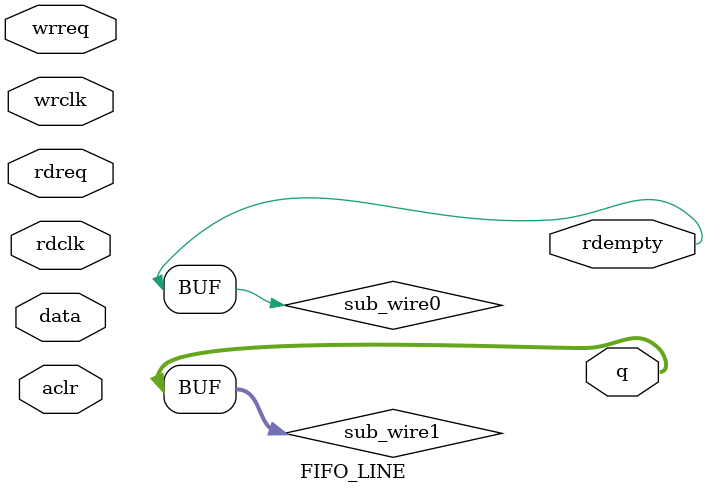
<source format=v>

`timescale 1ps/1ps

module tessera_vga_wbif (
	res,
	clk,
	wb_cyc_i,
	wb_stb_i,
	wb_adr_i,
	wb_sel_i,
	wb_we_i,
	wb_dat_i,
	wb_cab_i,
	wb_dat_o,
	wb_ack_o,
	wb_err_o,
	enable,
	base
);
	input		res;
	input		clk;
	input		wb_cyc_i;
	input		wb_stb_i;
	input	[31:0]	wb_adr_i;
	input	[3:0]	wb_sel_i;
	input		wb_we_i;
	input	[31:0]	wb_dat_i;
	input		wb_cab_i;
	output	[31:0]	wb_dat_o;
	output		wb_ack_o;
	output		wb_err_o;
	output		enable;
	output	[23:11]	base;
	reg	[31:0]	reg1;		// bit0 scan_enable
	reg	[31:0]	reg0;		// bit23-11 base_address on VRAM
	assign wb_err_o = 1'b0;
	wire		active;
	wire		write;
	wire		read;
	assign active	= wb_cyc_i&&wb_stb_i;
	assign write	= active &&  wb_we_i;
	assign read	= active && !wb_we_i;
	// write
	always @(posedge clk or posedge res)
		if (res) begin
			reg0 <= 32'h0000_0000;
			reg1 <= 32'h0000_0000;
		end
		else if (write) begin
			if (wb_adr_i[2]==1'd1) begin
				if (wb_sel_i[3]) reg1[31:24] <= wb_dat_i[31:24];
				if (wb_sel_i[2]) reg1[23:16] <= wb_dat_i[23:16];
				if (wb_sel_i[1]) reg1[15: 8] <= wb_dat_i[15: 8];
				if (wb_sel_i[0]) reg1[ 7: 0] <= wb_dat_i[ 7: 0];
			end 
			else if (wb_adr_i[2]==1'd0) begin
				if (wb_sel_i[3]) reg0[31:24] <= wb_dat_i[31:24];
				if (wb_sel_i[2]) reg0[23:16] <= wb_dat_i[23:16];
				if (wb_sel_i[1]) reg0[15: 8] <= wb_dat_i[15: 8];
				if (wb_sel_i[0]) reg0[ 7: 0] <= wb_dat_i[ 7: 0];
			end
		end
	// read
	assign wb_dat_o = (read) ? (
				(wb_adr_i[2]==1'd0) ? reg0:
				(wb_adr_i[2]==1'd1) ? reg1:
				32'h0000_0000
			):  32'h0000_0000;
	// ack
	assign wb_ack_o = active;
	// reg
	assign enable = reg1[0];
	assign base = reg0[23:11];
endmodule

module tessera_vga_ctrl (
	res,
	clk,
	enable,
	base,
	req,
	ack,
	address,
	hsync,
	vsync,
	hava,
	init,
	busy
);
	input		res;
	input		clk;
	input		enable;
	input	[23:11]	base;
	output		req;
	input		ack;
	output	[31:0]	address;
	output		hsync;
	output		vsync;
	output		hava;
	output		init;
	output		busy;
	//
	// hcount(stage0)
	//
	reg	[10:0]	hcount;
	wire		hcount_full_expire;
	wire		hcount_hsync1_expire;
	wire		hcount_hsync0_expire;
	wire		hcount_vsync1_expire;
	wire		hcount_vsync0_expire;
	wire		hcount_hhava1_expire;
	wire		hcount_hhava0_expire;
	wire		hcount_vhava1_expire;
	wire		hcount_vhava0_expire;
	wire		hcount_load_expire;
	reg		hcount_full;
	reg		hcount_hsync1;
	reg		hcount_hsync0;
	reg		hcount_vsync1;
	reg		hcount_vsync0;
	reg		hcount_hhava1;
	reg		hcount_hhava0;
	reg		hcount_vhava1;
	reg		hcount_vhava0;
	reg		hcount_load;
	//
	// vcount(stage1)
	//
	wire		vcount_full_expire;
	wire		vcount_hsync1_expire;
	wire		vcount_hsync0_expire;
	wire		vcount_vsync1_expire;
	wire		vcount_vsync0_expire;
	wire		vcount_hhava1_expire;
	wire		vcount_hhava0_expire;
	wire		vcount_vhava1_expire;
	wire		vcount_vhava0_expire;
	wire		vcount_load_expire;
	reg	[10:0]	vcount;
	reg		vcount_full;
	reg		vcount_hsync1;
	reg		vcount_hsync0;
	reg		vcount_vsync1;
	reg		vcount_vsync0;
	reg		vcount_hhava1;
	reg		vcount_hhava0;
	reg		vcount_vhava1;
	reg		vcount_vhava0;
	reg		vcount_hload;
	reg		vcount_vload;
/////////////////////////////////////////////////////////////////////////////////////////////////
// VESA 832x520(640x480 70Hz 31.500MHz)
/////////////////////////////////////////////////////////////////////////////////////////////////
/*
	//
	// stage0 on h
	//
	// h size
	assign hcount_full_expire	= (hcount==11'd831);		// VESA 832
	// hsync toggle point
	assign hcount_hsync0_expire	= (hcount==11'd15);		// VESA 664-640 = 24
	assign hcount_hsync1_expire	= (hcount==11'd15+11'd48);	// 704-640	= 64
	// vsync toggle point
	//assign hcount_vsync0_expire	= (hcount==11'd4); // always
	//assign hcount_vsync1_expire	= (hcount==11'd4); // always
	assign hcount_vsync0_expire	= (hcount==11'd15); // always
	assign hcount_vsync1_expire	= (hcount==11'd15+11'd48); // always
	// hava active area
	assign hcount_hhava1_expire	= (hcount==11'd191);		// VESA 24+(64-24)+128 = 192
	assign hcount_hhava0_expire	= (hcount==11'd191+11'd640);
	// vhava toggle point
	assign hcount_vhava1_expire	= (hcount==11'd0); // always
	assign hcount_vhava0_expire	= (hcount==11'd0); // always
	// job start point
	assign hcount_load_expire	= (hcount==11'd0); // first

	//
	// stage1 on v
	//
	// v size
	assign vcount_full_expire	= (vcount==11'd519);		// VESA = 520
	// hsync active area
	assign vcount_hsync1_expire	= 1'b1; // always
	assign vcount_hsync0_expire	= 1'b1; // always
	// vsync toggle point
	assign vcount_vsync0_expire	= (vcount==11'd8);		// VESA = 489 - 480 = 9
	assign vcount_vsync1_expire	= (vcount==11'd8+11'd3);	// VESA = 492 - 480 = 12
	// hhava area
	assign vcount_hhava1_expire	= 1'b1; // always
	assign vcount_hhava0_expire	= 1'b1; // always
	// vhava
	assign vcount_vhava1_expire	= (vcount==11'd39);		// VESA = 520 - 480 = 40
	assign vcount_vhava0_expire	= (vcount==11'd39+11'd480);	//
	// job start point
	assign vcount_load_expire	= (vcount==11'd0); // first
*/

/////////////////////////////////////////////////////////////////////////////////////////////////
// VESA 800x525(,521)(640x480 60Hz at 25.175MHz)
// ModeLine "640x480" 25.175 640 648 752 800  480 490 492 525 -HSync -VSync
// Modeline "640x480" 25.175 640 656 752 800  480 490 492 525 -HSync -VSync(web:org)
// Modeline "640x480" 25     640 656 752 800  480 490 492 521 -HSync -VSync(web:-4line) 25MHz->60Hz
//
/////////////////////////////////////////////////////////////////////////////////////////////////
	//
	// stage0 on h
	//
	// h size
	assign hcount_full_expire	= (hcount==11'd799);
	// hsync toggle point
	assign hcount_hsync0_expire	= (hcount==11'd7		+11'd8); // 25MHz,so 8pix
	assign hcount_hsync1_expire	= (hcount==11'd7+11'd104);
	// vsync toggle point
	//assign hcount_vsync0_expire	= (hcount==11'd4); // always
	//assign hcount_vsync1_expire	= (hcount==11'd4); // always
	assign hcount_vsync0_expire	= (hcount==11'd7		+11'd8); // always,so 8pix
	assign hcount_vsync1_expire	= (hcount==11'd7+11'd104); // always
	// hava active area
	assign hcount_hhava1_expire	= (hcount==11'd159);
	assign hcount_hhava0_expire	= (hcount==11'd159+11'd640);
	// vhava toggle point
	assign hcount_vhava1_expire	= (hcount==11'd0); // always
	assign hcount_vhava0_expire	= (hcount==11'd0); // always
	// job start point
	assign hcount_load_expire	= (hcount==11'd0); // first

	//
	// stage1 on v
	//
	// v size
	assign vcount_full_expire	= (vcount==11'd524		-11'd4); // 25MHz,so -4line
	// hsync active area
	assign vcount_hsync1_expire	= 1'b1; // always
	assign vcount_hsync0_expire	= 1'b1; // always
	// vsync toggle point
	assign vcount_vsync0_expire	= (vcount==11'd9		-11'd4); // 25MHz,so -4line
	assign vcount_vsync1_expire	= (vcount==11'd9+11'd2		-11'd4); // 25MHz,so -4line
	// hhava area
	assign vcount_hhava1_expire	= 1'b1; // always
	assign vcount_hhava0_expire	= 1'b1; // always
	// vhava
	assign vcount_vhava1_expire	= (vcount==11'd44-11'd4);
	assign vcount_vhava0_expire	= (vcount==11'd44+11'd480	-11'd4); // 25MHz,so -4line
	// job start point
	assign vcount_load_expire	= (vcount==11'd0); // first

	
/////////////////////////////////////////////////////////////////////////////////////////////////
// illegal (800+480    )x521 (59Hz at 40MHz) from +480
// illegal (800+480-32 )x521 (61Hz at 40MHz) from +480-32
// illegal (800+480-192)x521 (61Hz at 35MHz) from +480-192
 
/////////////////////////////////////////////////////////////////////////////////////////////////
/*
	//
	// stage0 on h
	//
	// h size
	assign hcount_full_expire	= (hcount==11'd799			+11'd480-11'd192);
	// hsync toggle point
	assign hcount_hsync0_expire	= (hcount==11'd7		+11'd8	+11'd480-11'd192); // 25MHz,so 8pix
	assign hcount_hsync1_expire	= (hcount==11'd7+11'd104		+11'd480-11'd192);
	// vsync toggle point
	//assign hcount_vsync0_expire	= (hcount==11'd4); // always
	//assign hcount_vsync1_expire	= (hcount==11'd4); // always
	assign hcount_vsync0_expire	= (hcount==11'd7		+11'd8	+11'd480-11'd192); // always,so 8pix
	assign hcount_vsync1_expire	= (hcount==11'd7+11'd104		+11'd480-11'd192); // always
	// hava active area
	assign hcount_hhava1_expire	= (hcount==11'd159			+11'd480-11'd192);
	assign hcount_hhava0_expire	= (hcount==11'd159+11'd640		+11'd480-11'd192);
	// vhava toggle point
	assign hcount_vhava1_expire	= (hcount==11'd0); // always
	assign hcount_vhava0_expire	= (hcount==11'd0); // always
	// job start point
	assign hcount_load_expire	= (hcount==11'd0); // first

	//
	// stage1 on v
	//
	// v size
	assign vcount_full_expire	= (vcount==11'd524		-11'd4); // 25MHz,so -4line
	// hsync active area
	assign vcount_hsync1_expire	= 1'b1; // always
	assign vcount_hsync0_expire	= 1'b1; // always
	// vsync toggle point
	assign vcount_vsync0_expire	= (vcount==11'd9		-11'd4); // 25MHz,so -4line
	assign vcount_vsync1_expire	= (vcount==11'd9+11'd2		-11'd4); // 25MHz,so -4line
	// hhava area
	assign vcount_hhava1_expire	= 1'b1; // always
	assign vcount_hhava0_expire	= 1'b1; // always
	// vhava
	assign vcount_vhava1_expire	= (vcount==11'd44-11'd4);
	assign vcount_vhava0_expire	= (vcount==11'd44+11'd480	-11'd4); // 25MHz,so -4line
	// job start point
	assign vcount_load_expire	= (vcount==11'd0); // first
*/

/////////////////////////////////////////////////////////////////////////////////////////////////
// VESA 1688x1066(1240x1028 60Hz at 108MHz)
// ModeLine "1280x1024"  108.000  1280 1320 1440 1688 1024 1025 1028 1066 +HSync +VSync
/////////////////////////////////////////////////////////////////////////////////////////////////
//	//
//	// stage0 on h
//	//
//	// h size
//	assign hcount_full_expire	= (hcount==11'd1687);
//	// hsync toggle point
//	assign hcount_hsync0_expire	= (hcount==11'd39);
//	assign hcount_hsync1_expire	= (hcount==11'd39+11'd120);
//	// vsync toggle point
//	assign hcount_vsync0_expire	= (hcount==11'd4); // always
//	assign hcount_vsync1_expire	= (hcount==11'd4); // always
//	// hava active area
//	assign hcount_hhava1_expire	= (hcount==11'd407);
//	assign hcount_hhava0_expire	= (hcount==11'd407+11'd1280);
//	// vhava toggle point
//	assign hcount_vhava1_expire	= (hcount==11'd0); // always
//	assign hcount_vhava0_expire	= (hcount==11'd0); // always
//	// job start point
//	assign hcount_load_expire	= (hcount==11'd0); // first
//	//
//	// stage1 on v
//	//
//	// v size
//	assign vcount_full_expire	= (vcount==11'd1065);
//	// hsync active area
//	assign vcount_hsync1_expire	= 1'b1; // always
//	assign vcount_hsync0_expire	= 1'b1; // always
//	// vsync toggle point
//	assign vcount_vsync0_expire	= (vcount==11'd0);
//	assign vcount_vsync1_expire	= (vcount==11'd0+11'd3);
//	// hhava area
//	assign vcount_hhava1_expire	= 1'b1; // always
//	assign vcount_hhava0_expire	= 1'b1; // always
//	// vhava
//	assign vcount_vhava1_expire	= (vcount==11'd41);
//	assign vcount_vhava0_expire	= (vcount==11'd41+11'd1024);
//	// job start point
//	assign vcount_load_expire	= (vcount==11'd0); // first

	always @(posedge clk or posedge res)
		if (res) begin
			hcount		<= 11'd0;
			hcount_full	<= 1'b0;
			hcount_hsync1	<= 1'b0;
			hcount_hsync0	<= 1'b0;
			hcount_vsync1	<= 1'b0;
			hcount_vsync0	<= 1'b0;
			hcount_hhava1	<= 1'b0;
			hcount_hhava0	<= 1'b0;
			hcount_vhava1	<= 1'b0;
			hcount_vhava0	<= 1'b0;
			hcount_load	<= 1'b0;
		end
		else begin
			hcount		<= (hcount_full_expire) ? 11'd0: (hcount + 11'd1);
			hcount_full	<= hcount_full_expire;
			hcount_hsync1	<= hcount_hsync1_expire;
			hcount_hsync0	<= hcount_hsync0_expire;
			hcount_vsync1	<= hcount_vsync1_expire;
			hcount_vsync0	<= hcount_vsync0_expire;
			hcount_hhava1	<= hcount_hhava1_expire;
			hcount_hhava0	<= hcount_hhava0_expire;
			hcount_vhava1	<= hcount_vhava1_expire;
			hcount_vhava0	<= hcount_vhava0_expire;
			hcount_load	<= hcount_load_expire;
		end
	always @(posedge clk or posedge res)
		if (res) begin
			vcount		<= 11'd0;
			vcount_full	<= 1'b0;
			vcount_hsync1	<= 1'b0;
			vcount_hsync0	<= 1'b0;
			vcount_vsync1	<= 1'b0;
			vcount_vsync0	<= 1'b0;
			vcount_hhava1	<= 1'b0;
			vcount_hhava0	<= 1'b0;
			vcount_vhava1	<= 1'b0;
			vcount_vhava0	<= 1'b0;
			//
			vcount_hload	<= 1'b0;
			vcount_vload	<= 1'b0;
		end
		else begin
			vcount		<= (hcount_full) ? ((vcount_full_expire) ? 11'd0: (vcount + 11'd1)): vcount; 
			vcount_full	<= hcount_full   && vcount_full_expire;
			vcount_hsync1	<= hcount_hsync1 && vcount_hsync1_expire;
			vcount_hsync0	<= hcount_hsync0 && vcount_hsync0_expire;
			vcount_vsync1	<= hcount_vsync1 && vcount_vsync1_expire;
			vcount_vsync0	<= hcount_vsync0 && vcount_vsync0_expire;
			vcount_hhava1	<= hcount_hhava1 && vcount_hhava1_expire;
			vcount_hhava0	<= hcount_hhava0 && vcount_hhava0_expire;
			vcount_vhava1	<= hcount_vhava1 && vcount_vhava1_expire;
			vcount_vhava0	<= hcount_vhava0 && vcount_vhava0_expire;
			//
			vcount_hload	<= hcount_load;
			vcount_vload	<= hcount_load && vcount_load_expire;
		end
	//
	// vga(stage2)
	//
	reg		vga_hsync;
	reg		vga_vsync;
	reg		vga_hhava;
	reg		vga_vhava;
	reg		vga_hload;
	reg		vga_vload;
	wire		vga_hava;
	wire		vga_init;
	wire		vga_dreq;
	always @(posedge clk or posedge res)
		if (res)		vga_hsync <= 1'b1;
		else if (vcount_hsync1)	vga_hsync <= 1'b1;
	       	else if (vcount_hsync0)	vga_hsync <= 1'b0;
	always @(posedge clk or posedge res)
		if (res)		vga_vsync <= 1'b1;
		else if (vcount_vsync1)	vga_vsync <= 1'b1;
	       	else if (vcount_vsync0)	vga_vsync <= 1'b0;
	always @(posedge clk or posedge res)
		if (res)		vga_hhava <= 1'b0;
		else if (vcount_hhava1)	vga_hhava <= 1'b1;
	       	else if (vcount_hhava0)	vga_hhava <= 1'b0;
	always @(posedge clk or posedge res)
		if (res)		vga_vhava <= 1'b0;
		else if (vcount_vhava1)	vga_vhava <= 1'b1;
	       	else if (vcount_vhava0)	vga_vhava <= 1'b0;
	always @(posedge clk or posedge res)
		if (res)		vga_hload <= 1'b0;
		else			vga_hload <= vcount_hload;
	always @(posedge clk or posedge res)
		if (res)		vga_vload <= 1'b0;
		else			vga_vload <= vcount_vload;
	assign hsync	= vga_hsync;
	assign vsync	= vga_vsync;
	assign init	= vga_hload;
	assign hava	= vga_hhava&&vga_vhava;
	assign vga_init	= vga_vload;
	assign vga_dreq	= vga_hload&&vga_vhava;
	//
	// req(stage3)
	//
	wire		req_laddress_full;
	reg		req_hdreq;
	wire		req_hack;
	reg		req_ldreq;
	wire		req_lack;
	reg	[23:11]	req_haddress;	// 1024line
	reg	[10:6]	req_laddress;	// 1024pix
	//assign req_laddress_full = (req_laddress[11:6]==6'd39); // dma_count=40
       	// 1024x768:64dma x 8timex2burst x 2byte = 2048data
	// 640x480 :40dma x 8timex2burst x 2byte = 1280data 

	assign req_laddress_full = (req_laddress[10:6]==5'd19); // dma_count=20
       	// 1024x768:32dma x 16timex2burst x 2byte = 2048data
	// 640x480 :20dma x 16timex2burst x 2byte = 1280data 
	assign req_hack = req_lack&&req_laddress_full;
	assign req_lack = ack&&req_ldreq;
	always @(posedge clk or posedge res)
		if (res)		req_hdreq <= 1'b0;
		else if (vga_dreq)	req_hdreq <= 1'b1;
		else if (req_hack)	req_hdreq <= 1'b0;
	always @(posedge clk or posedge res)
		if (res)		req_ldreq <= 1'b0;
		else			req_ldreq <= !ack&&req_hdreq;
	always @(posedge clk or posedge res)
		if (res)		req_haddress <= 13'd0;
		else if (vga_init)	req_haddress <= base[23:11]; // base[23:11] 8192=line(when Y=1024,so 8pages)
		else if (req_hack)	req_haddress <= req_haddress + 13'd1;
	always @(posedge clk or posedge res)
		if (res)		req_laddress <= 5'd0;
		else if (vga_init)	req_laddress <= 5'd0;
		else if (req_hack)	req_laddress <= 5'd0; // 16times:base[10:6] 8times:base[10:5] 
		else if	(req_lack)	req_laddress <= req_laddress + 5'd1;
		
	assign req = req_ldreq;
	//assign address = {8'd0,req_haddress[23:11],req_laddress[10:5],5'b0_0000}; // 8times:1time_start_address
	assign address = {8'd0,req_haddress[23:11],req_laddress[10:6],6'b00_0000}; // 16times:1t8times:ime_start_address
	assign busy = req_hdreq;
//	reg		sub_req;
//	reg	[11:2]	sub_address;
//	reg		sub_ack;
//	always @(posedge clk or posedge res)
//		if (res)		sub_req <= 1'b0;
//		else if (main_req)	sub_req <= 1'b1;
//		else if (ack)		sub_req <= 1'b0;
//	always @(posedge clk or posedge res)
//		if (res)		sub_address <= 10'd0;
//		else if (req_load)	sub_address <= sub_address + 10'd1;
endmodule
module tessera_vga_core (
	res,
	clk,
	enable,
	base,
	req,
	ack,
	address,
	clear,
	init,
	exist,
	data,
	hsync,
	vsync,
	blank,
	rgb,
	busy
);
	input		res;
	input		clk;
	input		enable;
	input	[23:11]	base;
	output		req;
	input		ack;
	output	[31:0]	address;
	output		clear;
	output		init;
	input		exist;
	input	[15:0]	data;
	output		hsync;
	output		vsync;
	output		blank;
	output	[23:0]	rgb;	// RGB565
	output		busy;

	wire		ctrl_hava;
	wire		ctrl_hsync;
	wire		ctrl_vsync;
	
	tessera_vga_ctrl i_tessera_vga_ctrl (
		.res(		res),
		.clk(		clk),
		.enable(	enable), // not-fix
		.base(		base),
		.req(		req),
		.ack(		ack),
		.address(	address),
		.hsync(		ctrl_hsync),
		.vsync(		ctrl_vsync),
		.init(		init),
		.hava(		ctrl_hava),
		.busy(		busy)
	);

	assign clear = ctrl_hava;

	reg	[23:0]	rgb;
	reg		blank;
	reg		vsync;
	reg		hsync;
	always @(posedge clk or posedge res)
		if (res)
			rgb <= 24'h00_00_00;
		else
			rgb <= (ctrl_hava) ? {
				data[15:11],3'b000, //R5
				data[10:5] ,2'b00 , //G6
				data[4:0]  ,3'b000  //B5
			}: 24'h000000;
	always @(posedge clk or posedge res)
		if (res) begin
			blank <= 1'b1;
			vsync <= 1'b1;
			hsync <= 1'b1;
		end
		else begin
		   	blank <= ctrl_hava;
			vsync <= ctrl_vsync;
			hsync <= ctrl_hsync;
		end

endmodule
module tessera_vga_fifo (
	write_clk,
	write_res,
	read_clk,
	read_res,
	write_exist,
	write_data,
	read_init,
	read_clear,
	read_exist,
	read_data
);
	input		write_clk;
	input		write_res;
	input		read_clk;
	input		read_res;
	input		write_exist;
	input	[15:0]	write_data;
	input		read_init;
	//output	read_clear; // !<- koreda....humhum
	input		read_clear; // 
	output		read_exist;
	output	[15:0]	read_data;

	wire		rdempty;

	// test(in)
	//reg	[5:0]	count;
	//wire	[15:0]	data;
	//always @(posedge write_clk or posedge read_init)
	//	if (read_init)		count <= 6'd0;
	//	else if (write_exist)	count <= count + 6'd1;
	//assign data = (count[5]) ? 16'hffff: 16'h0000;

	FIFO_LINE i_FIFO_LINE (
		.data(		write_data),
		.wrreq(		write_exist),
		.rdreq(		read_clear),
		.rdclk(		read_clk),
		.wrclk(		write_clk),
		.aclr(		read_init), // ansync clear port
		.q(		read_data),
		.rdempty(	rdempty)
	);
	assign read_exist = !rdempty;

	// test(out)
	//reg	[9:0]	hcount;
	//wire	[15:0]	read_data;
	//always @(posedge read_clk)
	//	if (read_init)		hcount <= 10'd0;
	//	else if (read_clear)	hcount <= hcount + 10'd1;
	//assign read_data = (hcount[9]) ? 16'hffff: 16'h0000;

endmodule
module tessera_vga (
	// System
	sys_wb_res,
	sys_wb_clk,
	sys_dma_res,
	sys_dma_clk,
	sys_vga_res,
	sys_vga_clk,
	// WishBone
	wb_cyc_i,
	wb_stb_i,
	wb_adr_i,
	wb_sel_i,
	wb_we_i,
	wb_dat_i,
	wb_cab_i,
	wb_dat_o,
	wb_ack_o,
	wb_err_o,
	wb_busy, // option
	// dma
	dma_req,
	dma_address,
	dma_ack,
	dma_exist,
	dma_data,
	// vga
	vga_clk,
	vga_hsync,
	vga_vsync,
	vga_blank,
	vga_rgb
);
	// System
	input		sys_wb_res;
	input		sys_wb_clk;
	input		sys_dma_res;
	input		sys_dma_clk;
	input		sys_vga_res;
	input		sys_vga_clk;
	// WinsBone
	input		wb_cyc_i;
	input		wb_stb_i;
	input	[31:0]	wb_adr_i;
	input	[3:0]	wb_sel_i;
	input		wb_we_i;
	input	[31:0]	wb_dat_i;
	input		wb_cab_i;
	output	[31:0]	wb_dat_o;
	output		wb_ack_o;
	output		wb_err_o;
	output		wb_busy;
	// dma
	output		dma_req;
	output	[31:0]	dma_address;
	input		dma_ack;
	input		dma_exist;
	input	[15:0]	dma_data;
	// vga
	output		vga_clk;
	output		vga_hsync;
	output		vga_vsync;
	output		vga_blank;
	output	[23:0]	vga_rgb;
	//
	wire		wbif_enable;
	wire	[23:11]	wbif_base;
	//
	//wire		vga_enable;
	reg		vga_enable;
	wire	[23:11]	vga_base;
	wire		vga_req;
	wire	[31:0]	vga_address;
	wire		vga_ack;
	wire		vga_clear;
	wire		vga_init;
	wire		vga_exist;
	wire	[15:0]	vga_data;
	wire		vga_busy;

	assign vga_clk = sys_vga_clk; // output
	
	tessera_vga_wbif i_tessera_vga_wbif (
		//
		.res(		sys_wb_res),
		.clk(		sys_wb_clk),
		//
		.wb_cyc_i(	wb_cyc_i),
		.wb_stb_i(	wb_stb_i),
		.wb_adr_i(	wb_adr_i),
		.wb_sel_i(	wb_sel_i),
		.wb_we_i(	wb_we_i),
		.wb_dat_i(	wb_dat_i),
		.wb_cab_i(	wb_cab_i),
		.wb_dat_o(	wb_dat_o),
		.wb_ack_o(	wb_ack_o),
		.wb_err_o(	wb_err_o),
		//
		.enable(	wbif_enable),
		.base(		wbif_base)
	);

//
// mt sync same-phase
//
/*
	assign vga_enable		= wbif_enable;			// to vga
	assign vga_base			= wbif_base;			// to vga
*/

//
// mt sync pos<->neg,fast path,is safety
//
/*
	reg		mt_enable;
	reg	[23:11]	mt_base;
	always @(posedge sys_vga_clk or posedge sys_vga_res)
		if (sys_vga_res) begin
			mt_enable	<= 1'b0;
			mt_base		<= 13'd0;
		end
		else begin
			mt_enable	<= wbif_enable;
			mt_base		<= wbif_base;
		end
	assign vga_enable		= mt_enable;			// to vga
	assign vga_base			= mt_base;			// to vga
*/

//
// mt1,2 no-sync
//
	reg		mt1_enable;
	reg	[23:11]	mt1_base;
	reg		mt2_enable;
	reg	[23:11]	mt2_base;
	always @(posedge sys_vga_clk or posedge sys_vga_res)
		if (sys_vga_res) begin
			mt1_enable	<= 1'b0;
			mt1_base	<= 13'd0;
		end
		else begin
			mt1_enable	<= wbif_enable;
			mt1_base	<= wbif_base;
		end
	always @(posedge sys_vga_clk or posedge sys_vga_res)
		if (sys_vga_res) begin
			mt2_enable	<= 1'b0;
			mt2_base	<= 13'd0;
		end
		else begin
			mt2_enable	<= mt1_enable;
			mt2_base	<= mt1_base;
		end
	//assign vga_enable		= mt2_enable; // to vga
	always @(posedge sys_vga_clk or posedge sys_vga_res)
		if (sys_vga_res) 	vga_enable <= 1'b0;
		else			vga_enable <= mt2_enable; // can not load vga_base, so must +1delay
	assign vga_base			= mt2_base;


	// VGA
	tessera_vga_core i_tessera_vga_core (
		//
		.res(		sys_vga_res),
		.clk(		sys_vga_clk),
		//
		.enable(	vga_enable),
		.base(		vga_base),
		//
		.req(		vga_req),
		.address(	vga_address),
		.ack(		vga_ack),
		.clear(		vga_clear),
		.init(		vga_init),
		.exist(		vga_exist),
		.data(		vga_data),
		//
		.hsync(		vga_hsync),
		.vsync(		vga_vsync),
		.blank(		vga_blank),
		.rgb(		vga_rgb),
		.busy(		vga_busy)
	);

//
// mt(TYPE A) sync, same-phase
//
/*
	// VGA->SDRAM
	assign dma_req		= vga_req;	// to dma
	assign dma_address	= vga_address;	// to dma
	// SDRAM->VGA
	assign vga_ack		= dma_ack;	// to vga
	// VGA->WB
	assign wb_busy		= vga_busy;	// to wb
*/

//
// mt(TYPE B) sync, pos<->neg,fast path,is safety
//
/*
	// VGA->SDRAM
	reg		mt_req;
	reg	[31:0]	mt_address;
	always @(posedge sys_dma_clk or posedge sys_dma_res)
		if (sys_dma_res) begin
			mt_req		<= 1'b0;
			mt_address	<= 22'd0;
		end
		else begin
			mt_req		<= vga_req;
			mt_address	<= vga_address;
		end
	assign dma_req = mt_req; // to dma
	assign dma_address = mt_address; // to dma
	// SDRAM->VGA
	reg		mt_ack;
	always @(posedge sys_vga_clk or posedge sys_vga_res)
		if (sys_vga_res)	mt_ack <= 1'b0;
		else			mt_ack <= dma_ack;
	assign vga_ack = mt_ack; // to vga
	// VGA->WB
	reg		mt_busy;
	always @(posedge sys_vga_clk or posedge sys_vga_res)
		if (sys_vga_res)	mt_busy <= 1'b0;
		else			mt_busy	<= vga_busy;
	assign wb_busy = mt_busy; // to wbif
*/

//
// mt1,2(TYPE C) no-sync
//
// VGA->SDRAM
	reg		mt1_req;
	reg	[31:0]	mt1_address;
	reg		mt2_req;
	reg	[31:0]	mt2_address;
	always @(posedge sys_dma_clk or posedge sys_dma_res)
		if (sys_dma_res) begin
			mt1_req		<= 1'b0;
			mt1_address	<= 32'd0;
		end
		else begin
			mt1_req		<= vga_req;
			mt1_address	<= vga_address;
		end
	always @(posedge sys_dma_clk or posedge sys_dma_res)
		if (sys_dma_res) begin
			mt2_req		<= 1'b0;
			mt2_address	<= 32'd0;
		end
		else begin
			mt2_req		<= mt1_req;
			mt2_address	<= mt1_address;
		end
	//assign dma_req = mt2_req;
	reg		dma_req;
	always @(posedge sys_dma_clk or posedge sys_dma_res)
		if (sys_dma_res) 	dma_req <= 1'b0;
		else			dma_req <= mt2_req;	// can not load dma_address, so must +1delay
	assign dma_address = mt2_address;

// SDRAM->VGA
	reg		mt1_ack;
	reg		mt2_ack;
	always @(posedge sys_vga_clk or posedge sys_vga_res)
		if (sys_vga_res)	mt1_ack <= 1'b0;
		else			mt1_ack <= dma_ack;
	always @(posedge sys_vga_clk or posedge sys_vga_res)
		if (sys_vga_res)	mt2_ack	<= 1'b0;
		else			mt2_ack	<= mt1_ack;
	assign vga_ack = mt2_ack; // to vga

// VGA->WB
	reg		mt1_busy;
	reg		mt2_busy;
	always @(posedge sys_wb_clk or posedge sys_wb_res)
		if (sys_wb_res) 	mt1_busy <= 1'b0;
		else			mt1_busy <= vga_busy;
	always @(posedge sys_wb_clk or posedge sys_wb_res)
		if (sys_wb_res)		mt2_busy <= 1'b0;
		else			mt2_busy <= mt1_busy;
	assign wb_busy = mt2_busy; // to wbif

	
// Line-Buffer
	tessera_vga_fifo i_tessera_vga_fifo (
		//
		.write_clk(	sys_dma_clk),
		.write_res(	sys_dma_res),
		.read_clk(	sys_vga_clk),
		.read_res(	sys_vga_res),
		//
		.write_exist(	dma_exist),
		.write_data(	dma_data),
		//
		.read_init(	vga_init),
		.read_clear(	vga_clear),
		.read_exist(	vga_exist),
		.read_data(	vga_data)
		//
	);

endmodule


module FIFO_LINE (
	data,
	wrreq,
	rdreq,
	rdclk,
	wrclk,
	aclr,
	q,
	rdempty);

	input	[15:0]  data;
	input	  wrreq;
	input	  rdreq;
	input	  rdclk;
	input	  wrclk;
	input	  aclr;
	output	[15:0]  q;
	output	  rdempty;

	wire  sub_wire0;
	wire [15:0] sub_wire1;
	wire  rdempty = sub_wire0;
	wire [15:0] q = sub_wire1[15:0];

	//dcfifo	dcfifo_component (
	//			.wrclk (wrclk),
	//			.rdreq (rdreq),
	//			.aclr (aclr),
	//			.rdclk (rdclk),
	//			.wrreq (wrreq),
	//			.data (data),
	//			.rdempty (sub_wire0),
	//			.q (sub_wire1)
	//			// synopsys translate_off
	//			,
	//			.rdfull (),
	//			.rdusedw (),
	//			.wrempty (),
	//			.wrfull (),
	//			.wrusedw ()
	//			// synopsys translate_on
	//			);
	//defparam
	//	dcfifo_component.lpm_width = 16,
	//	dcfifo_component.lpm_numwords = 1024,
	//	dcfifo_component.lpm_widthu = 10,
	//	dcfifo_component.intended_device_family = "Cyclone",
	//	dcfifo_component.clocks_are_synchronized = "FALSE",
	//	dcfifo_component.lpm_type = "dcfifo",
	//	dcfifo_component.lpm_showahead = "ON",
	//	dcfifo_component.overflow_checking = "ON",
	//	dcfifo_component.underflow_checking = "ON",
	//	dcfifo_component.use_eab = "ON",
	//	dcfifo_component.add_ram_output_register = "OFF";


endmodule

</source>
